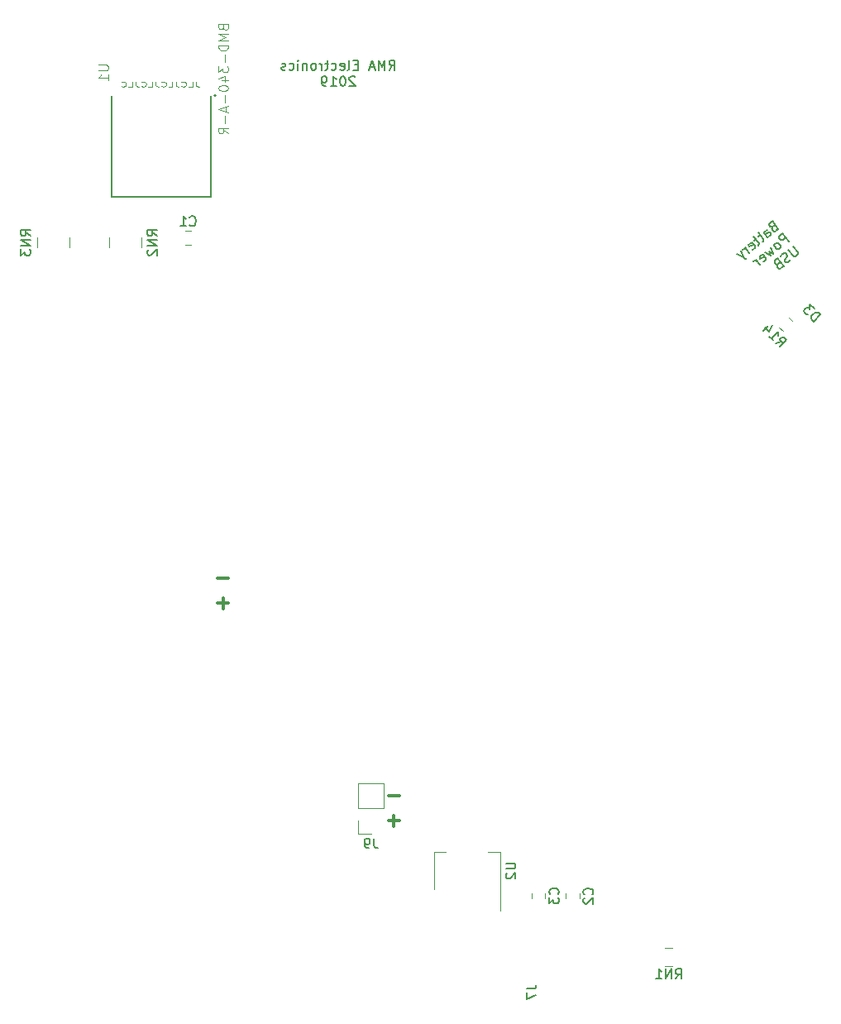
<source format=gbr>
G04 #@! TF.GenerationSoftware,KiCad,Pcbnew,5.1.4*
G04 #@! TF.CreationDate,2019-10-18T21:44:40-05:00*
G04 #@! TF.ProjectId,dragos,64726167-6f73-42e6-9b69-6361645f7063,rev?*
G04 #@! TF.SameCoordinates,Original*
G04 #@! TF.FileFunction,Legend,Bot*
G04 #@! TF.FilePolarity,Positive*
%FSLAX46Y46*%
G04 Gerber Fmt 4.6, Leading zero omitted, Abs format (unit mm)*
G04 Created by KiCad (PCBNEW 5.1.4) date 2019-10-18 21:44:40*
%MOMM*%
%LPD*%
G04 APERTURE LIST*
%ADD10C,0.125000*%
%ADD11C,0.150000*%
%ADD12C,0.300000*%
%ADD13C,0.120000*%
%ADD14C,0.127000*%
%ADD15C,0.200000*%
%ADD16C,0.050000*%
G04 APERTURE END LIST*
D10*
X133795238Y-49476190D02*
X133795238Y-49833333D01*
X133833333Y-49904761D01*
X133909523Y-49952380D01*
X134023809Y-49976190D01*
X134100000Y-49976190D01*
X133033333Y-49976190D02*
X133414285Y-49976190D01*
X133414285Y-49476190D01*
X132309523Y-49928571D02*
X132347619Y-49952380D01*
X132461904Y-49976190D01*
X132538095Y-49976190D01*
X132652380Y-49952380D01*
X132728571Y-49904761D01*
X132766666Y-49857142D01*
X132804761Y-49761904D01*
X132804761Y-49690476D01*
X132766666Y-49595238D01*
X132728571Y-49547619D01*
X132652380Y-49500000D01*
X132538095Y-49476190D01*
X132461904Y-49476190D01*
X132347619Y-49500000D01*
X132309523Y-49523809D01*
X131738095Y-49476190D02*
X131738095Y-49833333D01*
X131776190Y-49904761D01*
X131852380Y-49952380D01*
X131966666Y-49976190D01*
X132042857Y-49976190D01*
X130976190Y-49976190D02*
X131357142Y-49976190D01*
X131357142Y-49476190D01*
X130252380Y-49928571D02*
X130290476Y-49952380D01*
X130404761Y-49976190D01*
X130480952Y-49976190D01*
X130595238Y-49952380D01*
X130671428Y-49904761D01*
X130709523Y-49857142D01*
X130747619Y-49761904D01*
X130747619Y-49690476D01*
X130709523Y-49595238D01*
X130671428Y-49547619D01*
X130595238Y-49500000D01*
X130480952Y-49476190D01*
X130404761Y-49476190D01*
X130290476Y-49500000D01*
X130252380Y-49523809D01*
X129680952Y-49476190D02*
X129680952Y-49833333D01*
X129719047Y-49904761D01*
X129795238Y-49952380D01*
X129909523Y-49976190D01*
X129985714Y-49976190D01*
X128919047Y-49976190D02*
X129300000Y-49976190D01*
X129300000Y-49476190D01*
X128195238Y-49928571D02*
X128233333Y-49952380D01*
X128347619Y-49976190D01*
X128423809Y-49976190D01*
X128538095Y-49952380D01*
X128614285Y-49904761D01*
X128652380Y-49857142D01*
X128690476Y-49761904D01*
X128690476Y-49690476D01*
X128652380Y-49595238D01*
X128614285Y-49547619D01*
X128538095Y-49500000D01*
X128423809Y-49476190D01*
X128347619Y-49476190D01*
X128233333Y-49500000D01*
X128195238Y-49523809D01*
X127623809Y-49476190D02*
X127623809Y-49833333D01*
X127661904Y-49904761D01*
X127738095Y-49952380D01*
X127852380Y-49976190D01*
X127928571Y-49976190D01*
X126861904Y-49976190D02*
X127242857Y-49976190D01*
X127242857Y-49476190D01*
X126138095Y-49928571D02*
X126176190Y-49952380D01*
X126290476Y-49976190D01*
X126366666Y-49976190D01*
X126480952Y-49952380D01*
X126557142Y-49904761D01*
X126595238Y-49857142D01*
X126633333Y-49761904D01*
X126633333Y-49690476D01*
X126595238Y-49595238D01*
X126557142Y-49547619D01*
X126480952Y-49500000D01*
X126366666Y-49476190D01*
X126290476Y-49476190D01*
X126176190Y-49500000D01*
X126138095Y-49523809D01*
D11*
X153564285Y-48277380D02*
X153897619Y-47801190D01*
X154135714Y-48277380D02*
X154135714Y-47277380D01*
X153754761Y-47277380D01*
X153659523Y-47325000D01*
X153611904Y-47372619D01*
X153564285Y-47467857D01*
X153564285Y-47610714D01*
X153611904Y-47705952D01*
X153659523Y-47753571D01*
X153754761Y-47801190D01*
X154135714Y-47801190D01*
X153135714Y-48277380D02*
X153135714Y-47277380D01*
X152802380Y-47991666D01*
X152469047Y-47277380D01*
X152469047Y-48277380D01*
X152040476Y-47991666D02*
X151564285Y-47991666D01*
X152135714Y-48277380D02*
X151802380Y-47277380D01*
X151469047Y-48277380D01*
X150373809Y-47753571D02*
X150040476Y-47753571D01*
X149897619Y-48277380D02*
X150373809Y-48277380D01*
X150373809Y-47277380D01*
X149897619Y-47277380D01*
X149326190Y-48277380D02*
X149421428Y-48229761D01*
X149469047Y-48134523D01*
X149469047Y-47277380D01*
X148564285Y-48229761D02*
X148659523Y-48277380D01*
X148850000Y-48277380D01*
X148945238Y-48229761D01*
X148992857Y-48134523D01*
X148992857Y-47753571D01*
X148945238Y-47658333D01*
X148850000Y-47610714D01*
X148659523Y-47610714D01*
X148564285Y-47658333D01*
X148516666Y-47753571D01*
X148516666Y-47848809D01*
X148992857Y-47944047D01*
X147659523Y-48229761D02*
X147754761Y-48277380D01*
X147945238Y-48277380D01*
X148040476Y-48229761D01*
X148088095Y-48182142D01*
X148135714Y-48086904D01*
X148135714Y-47801190D01*
X148088095Y-47705952D01*
X148040476Y-47658333D01*
X147945238Y-47610714D01*
X147754761Y-47610714D01*
X147659523Y-47658333D01*
X147373809Y-47610714D02*
X146992857Y-47610714D01*
X147230952Y-47277380D02*
X147230952Y-48134523D01*
X147183333Y-48229761D01*
X147088095Y-48277380D01*
X146992857Y-48277380D01*
X146659523Y-48277380D02*
X146659523Y-47610714D01*
X146659523Y-47801190D02*
X146611904Y-47705952D01*
X146564285Y-47658333D01*
X146469047Y-47610714D01*
X146373809Y-47610714D01*
X145897619Y-48277380D02*
X145992857Y-48229761D01*
X146040476Y-48182142D01*
X146088095Y-48086904D01*
X146088095Y-47801190D01*
X146040476Y-47705952D01*
X145992857Y-47658333D01*
X145897619Y-47610714D01*
X145754761Y-47610714D01*
X145659523Y-47658333D01*
X145611904Y-47705952D01*
X145564285Y-47801190D01*
X145564285Y-48086904D01*
X145611904Y-48182142D01*
X145659523Y-48229761D01*
X145754761Y-48277380D01*
X145897619Y-48277380D01*
X145135714Y-47610714D02*
X145135714Y-48277380D01*
X145135714Y-47705952D02*
X145088095Y-47658333D01*
X144992857Y-47610714D01*
X144850000Y-47610714D01*
X144754761Y-47658333D01*
X144707142Y-47753571D01*
X144707142Y-48277380D01*
X144230952Y-48277380D02*
X144230952Y-47610714D01*
X144230952Y-47277380D02*
X144278571Y-47325000D01*
X144230952Y-47372619D01*
X144183333Y-47325000D01*
X144230952Y-47277380D01*
X144230952Y-47372619D01*
X143326190Y-48229761D02*
X143421428Y-48277380D01*
X143611904Y-48277380D01*
X143707142Y-48229761D01*
X143754761Y-48182142D01*
X143802380Y-48086904D01*
X143802380Y-47801190D01*
X143754761Y-47705952D01*
X143707142Y-47658333D01*
X143611904Y-47610714D01*
X143421428Y-47610714D01*
X143326190Y-47658333D01*
X142945238Y-48229761D02*
X142850000Y-48277380D01*
X142659523Y-48277380D01*
X142564285Y-48229761D01*
X142516666Y-48134523D01*
X142516666Y-48086904D01*
X142564285Y-47991666D01*
X142659523Y-47944047D01*
X142802380Y-47944047D01*
X142897619Y-47896428D01*
X142945238Y-47801190D01*
X142945238Y-47753571D01*
X142897619Y-47658333D01*
X142802380Y-47610714D01*
X142659523Y-47610714D01*
X142564285Y-47658333D01*
X150064285Y-49022619D02*
X150016666Y-48975000D01*
X149921428Y-48927380D01*
X149683333Y-48927380D01*
X149588095Y-48975000D01*
X149540476Y-49022619D01*
X149492857Y-49117857D01*
X149492857Y-49213095D01*
X149540476Y-49355952D01*
X150111904Y-49927380D01*
X149492857Y-49927380D01*
X148873809Y-48927380D02*
X148778571Y-48927380D01*
X148683333Y-48975000D01*
X148635714Y-49022619D01*
X148588095Y-49117857D01*
X148540476Y-49308333D01*
X148540476Y-49546428D01*
X148588095Y-49736904D01*
X148635714Y-49832142D01*
X148683333Y-49879761D01*
X148778571Y-49927380D01*
X148873809Y-49927380D01*
X148969047Y-49879761D01*
X149016666Y-49832142D01*
X149064285Y-49736904D01*
X149111904Y-49546428D01*
X149111904Y-49308333D01*
X149064285Y-49117857D01*
X149016666Y-49022619D01*
X148969047Y-48975000D01*
X148873809Y-48927380D01*
X147588095Y-49927380D02*
X148159523Y-49927380D01*
X147873809Y-49927380D02*
X147873809Y-48927380D01*
X147969047Y-49070238D01*
X148064285Y-49165476D01*
X148159523Y-49213095D01*
X147111904Y-49927380D02*
X146921428Y-49927380D01*
X146826190Y-49879761D01*
X146778571Y-49832142D01*
X146683333Y-49689285D01*
X146635714Y-49498809D01*
X146635714Y-49117857D01*
X146683333Y-49022619D01*
X146730952Y-48975000D01*
X146826190Y-48927380D01*
X147016666Y-48927380D01*
X147111904Y-48975000D01*
X147159523Y-49022619D01*
X147207142Y-49117857D01*
X147207142Y-49355952D01*
X147159523Y-49451190D01*
X147111904Y-49498809D01*
X147016666Y-49546428D01*
X146826190Y-49546428D01*
X146730952Y-49498809D01*
X146683333Y-49451190D01*
X146635714Y-49355952D01*
D12*
X137121428Y-100332142D02*
X135978571Y-100332142D01*
X137121428Y-102882142D02*
X135978571Y-102882142D01*
X136550000Y-103453571D02*
X136550000Y-102310714D01*
X154621428Y-122582142D02*
X153478571Y-122582142D01*
X154621428Y-125132142D02*
X153478571Y-125132142D01*
X154050000Y-125703571D02*
X154050000Y-124560714D01*
D11*
X192846814Y-64333168D02*
X192765761Y-64460078D01*
X192758721Y-64527053D01*
X192781650Y-64631034D01*
X192871553Y-64742055D01*
X192968495Y-64786102D01*
X193035469Y-64793141D01*
X193139451Y-64770213D01*
X193435507Y-64530471D01*
X192806186Y-63753325D01*
X192547138Y-63963099D01*
X192503091Y-64060041D01*
X192496052Y-64127016D01*
X192518980Y-64230997D01*
X192578916Y-64305011D01*
X192675858Y-64349057D01*
X192742832Y-64356097D01*
X192846814Y-64333168D01*
X193105863Y-64123395D01*
X192325298Y-65429501D02*
X191995654Y-65022424D01*
X191972726Y-64918443D01*
X192016772Y-64821500D01*
X192164800Y-64701630D01*
X192268781Y-64678701D01*
X192295330Y-65392494D02*
X192399312Y-65369565D01*
X192584347Y-65219727D01*
X192628393Y-65122785D01*
X192605465Y-65018803D01*
X192545529Y-64944789D01*
X192448587Y-64900743D01*
X192344606Y-64923672D01*
X192159571Y-65073510D01*
X192055589Y-65096438D01*
X191646702Y-65121177D02*
X191350647Y-65360918D01*
X191325908Y-64952031D02*
X191865326Y-65618156D01*
X191888254Y-65722138D01*
X191844208Y-65819080D01*
X191770194Y-65879015D01*
X191202619Y-65480788D02*
X190906563Y-65720529D01*
X190881825Y-65311643D02*
X191421242Y-65977768D01*
X191444171Y-66081749D01*
X191400124Y-66178692D01*
X191326110Y-66238627D01*
X190741038Y-66651134D02*
X190845020Y-66628206D01*
X190993048Y-66508336D01*
X191037094Y-66411393D01*
X191014166Y-66307412D01*
X190774425Y-66011356D01*
X190677482Y-65967310D01*
X190573501Y-65990238D01*
X190425473Y-66110109D01*
X190381427Y-66207051D01*
X190404355Y-66311033D01*
X190464290Y-66385046D01*
X190894295Y-66159384D01*
X190400937Y-66987818D02*
X189981390Y-66469720D01*
X190101260Y-66617748D02*
X190004318Y-66573702D01*
X189937343Y-66566663D01*
X189833362Y-66589591D01*
X189759348Y-66649526D01*
X189574313Y-66799364D02*
X189808825Y-67467300D01*
X189204244Y-67099041D02*
X189808825Y-67467300D01*
X190032678Y-67592399D01*
X190099652Y-67599439D01*
X190203634Y-67576510D01*
X194473886Y-65812762D02*
X193844565Y-65035616D01*
X193548510Y-65275358D01*
X193504463Y-65372300D01*
X193497424Y-65439274D01*
X193520352Y-65543256D01*
X193610255Y-65654277D01*
X193707197Y-65698323D01*
X193774172Y-65705362D01*
X193878154Y-65682434D01*
X194174209Y-65442693D01*
X193585719Y-66531986D02*
X193629765Y-66435044D01*
X193636804Y-66368069D01*
X193613876Y-66264087D01*
X193434070Y-66042046D01*
X193337128Y-65997999D01*
X193270153Y-65990960D01*
X193166172Y-66013888D01*
X193055151Y-66103791D01*
X193011105Y-66200734D01*
X193004065Y-66267708D01*
X193026994Y-66371690D01*
X193206800Y-66593731D01*
X193303742Y-66637778D01*
X193370716Y-66644817D01*
X193474698Y-66621889D01*
X193585719Y-66531986D01*
X192648075Y-66433435D02*
X192919594Y-67071403D01*
X192471889Y-66821204D01*
X192623538Y-67311144D01*
X192055963Y-66912918D01*
X191853431Y-67873490D02*
X191957413Y-67850562D01*
X192105441Y-67730691D01*
X192149487Y-67633749D01*
X192126559Y-67529768D01*
X191886818Y-67233712D01*
X191789875Y-67189666D01*
X191685894Y-67212594D01*
X191537866Y-67332465D01*
X191493820Y-67429407D01*
X191516748Y-67533388D01*
X191576683Y-67607402D01*
X192006688Y-67381740D01*
X191513330Y-68210173D02*
X191093783Y-67692076D01*
X191213653Y-67840104D02*
X191116711Y-67796058D01*
X191049736Y-67789018D01*
X190945755Y-67811947D01*
X190871741Y-67871882D01*
X194882944Y-66317907D02*
X195392394Y-66947026D01*
X195415322Y-67051007D01*
X195408283Y-67117982D01*
X195364237Y-67214924D01*
X195216209Y-67334795D01*
X195112227Y-67357723D01*
X195045253Y-67350684D01*
X194948311Y-67306637D01*
X194438861Y-66677519D01*
X194705151Y-67687367D02*
X194624098Y-67814277D01*
X194439063Y-67964115D01*
X194335081Y-67987043D01*
X194268107Y-67980004D01*
X194171165Y-67935958D01*
X194111229Y-67861944D01*
X194088301Y-67757962D01*
X194095340Y-67690988D01*
X194139387Y-67594045D01*
X194257447Y-67437168D01*
X194301493Y-67340226D01*
X194308532Y-67273251D01*
X194285604Y-67169270D01*
X194225669Y-67095256D01*
X194128727Y-67051209D01*
X194061752Y-67044170D01*
X193957770Y-67067098D01*
X193772736Y-67216937D01*
X193691682Y-67343846D01*
X193369280Y-68156391D02*
X193288227Y-68283301D01*
X193281187Y-68350276D01*
X193304116Y-68454257D01*
X193394019Y-68565278D01*
X193490961Y-68609324D01*
X193557936Y-68616364D01*
X193661917Y-68593435D01*
X193957973Y-68353694D01*
X193328652Y-67576548D01*
X193069604Y-67786322D01*
X193025557Y-67883264D01*
X193018518Y-67950239D01*
X193041446Y-68054220D01*
X193101382Y-68128234D01*
X193198324Y-68172280D01*
X193265298Y-68179320D01*
X193369280Y-68156391D01*
X193628329Y-67946618D01*
D13*
X133246079Y-64740000D02*
X132728923Y-64740000D01*
X133246079Y-66160000D02*
X132728923Y-66160000D01*
X171640000Y-133096079D02*
X171640000Y-132578923D01*
X173060000Y-133096079D02*
X173060000Y-132578923D01*
X169560000Y-133071077D02*
X169560000Y-132553921D01*
X168140000Y-133071077D02*
X168140000Y-132553921D01*
X150370000Y-121280000D02*
X153030000Y-121280000D01*
X150370000Y-123880000D02*
X150370000Y-121280000D01*
X153030000Y-123880000D02*
X153030000Y-121280000D01*
X150370000Y-123880000D02*
X153030000Y-123880000D01*
X150370000Y-125150000D02*
X150370000Y-126480000D01*
X150370000Y-126480000D02*
X151700000Y-126480000D01*
X193502199Y-74606291D02*
X193867883Y-74971975D01*
X194506291Y-73602199D02*
X194871975Y-73967883D01*
X182600000Y-138180000D02*
X181800000Y-138180000D01*
X182600000Y-140020000D02*
X181800000Y-140020000D01*
X128230000Y-65450000D02*
X128230000Y-66450000D01*
X124870000Y-65450000D02*
X124870000Y-66450000D01*
X120880000Y-66450000D02*
X120880000Y-65450000D01*
X117520000Y-66450000D02*
X117520000Y-65450000D01*
D14*
X125150000Y-61250000D02*
X135350000Y-61250000D01*
X125150000Y-61250000D02*
X125150000Y-50950000D01*
X135350000Y-50950000D02*
X135350000Y-61250000D01*
D15*
X135850000Y-50900000D02*
G75*
G03X135850000Y-50900000I-100000J0D01*
G01*
D13*
X158140000Y-128340000D02*
X159400000Y-128340000D01*
X164960000Y-128340000D02*
X163700000Y-128340000D01*
X158140000Y-132100000D02*
X158140000Y-128340000D01*
X164960000Y-134350000D02*
X164960000Y-128340000D01*
D11*
X133154167Y-64157142D02*
X133201786Y-64204761D01*
X133344643Y-64252380D01*
X133439881Y-64252380D01*
X133582739Y-64204761D01*
X133677977Y-64109523D01*
X133725596Y-64014285D01*
X133773215Y-63823809D01*
X133773215Y-63680952D01*
X133725596Y-63490476D01*
X133677977Y-63395238D01*
X133582739Y-63300000D01*
X133439881Y-63252380D01*
X133344643Y-63252380D01*
X133201786Y-63300000D01*
X133154167Y-63347619D01*
X132201786Y-64252380D02*
X132773215Y-64252380D01*
X132487501Y-64252380D02*
X132487501Y-63252380D01*
X132582739Y-63395238D01*
X132677977Y-63490476D01*
X132773215Y-63538095D01*
X174357142Y-132670834D02*
X174404761Y-132623215D01*
X174452380Y-132480358D01*
X174452380Y-132385120D01*
X174404761Y-132242262D01*
X174309523Y-132147024D01*
X174214285Y-132099405D01*
X174023809Y-132051786D01*
X173880952Y-132051786D01*
X173690476Y-132099405D01*
X173595238Y-132147024D01*
X173500000Y-132242262D01*
X173452380Y-132385120D01*
X173452380Y-132480358D01*
X173500000Y-132623215D01*
X173547619Y-132670834D01*
X173547619Y-133051786D02*
X173500000Y-133099405D01*
X173452380Y-133194643D01*
X173452380Y-133432739D01*
X173500000Y-133527977D01*
X173547619Y-133575596D01*
X173642857Y-133623215D01*
X173738095Y-133623215D01*
X173880952Y-133575596D01*
X174452380Y-133004167D01*
X174452380Y-133623215D01*
X170857142Y-132645832D02*
X170904761Y-132598213D01*
X170952380Y-132455356D01*
X170952380Y-132360118D01*
X170904761Y-132217260D01*
X170809523Y-132122022D01*
X170714285Y-132074403D01*
X170523809Y-132026784D01*
X170380952Y-132026784D01*
X170190476Y-132074403D01*
X170095238Y-132122022D01*
X170000000Y-132217260D01*
X169952380Y-132360118D01*
X169952380Y-132455356D01*
X170000000Y-132598213D01*
X170047619Y-132645832D01*
X169952380Y-132979165D02*
X169952380Y-133598213D01*
X170333333Y-133264879D01*
X170333333Y-133407737D01*
X170380952Y-133502975D01*
X170428571Y-133550594D01*
X170523809Y-133598213D01*
X170761904Y-133598213D01*
X170857142Y-133550594D01*
X170904761Y-133502975D01*
X170952380Y-133407737D01*
X170952380Y-133122022D01*
X170904761Y-133026784D01*
X170857142Y-132979165D01*
X197019618Y-74024205D02*
X197726725Y-73317099D01*
X197558366Y-73148740D01*
X197423679Y-73081396D01*
X197288992Y-73081396D01*
X197187977Y-73115068D01*
X197019618Y-73216083D01*
X196918603Y-73317099D01*
X196817588Y-73485457D01*
X196783916Y-73586473D01*
X196783916Y-73721160D01*
X196851259Y-73855847D01*
X197019618Y-74024205D01*
X197086962Y-72677335D02*
X196649229Y-72239602D01*
X196615557Y-72744679D01*
X196514542Y-72643663D01*
X196413526Y-72609992D01*
X196346183Y-72609992D01*
X196245168Y-72643663D01*
X196076809Y-72812022D01*
X196043137Y-72913037D01*
X196043137Y-72980381D01*
X196076809Y-73081396D01*
X196278839Y-73283427D01*
X196379855Y-73317099D01*
X196447198Y-73317099D01*
X167627380Y-142316666D02*
X168341666Y-142316666D01*
X168484523Y-142269047D01*
X168579761Y-142173809D01*
X168627380Y-142030952D01*
X168627380Y-141935714D01*
X167627380Y-142697619D02*
X167627380Y-143364285D01*
X168627380Y-142935714D01*
X152033333Y-126932380D02*
X152033333Y-127646666D01*
X152080952Y-127789523D01*
X152176190Y-127884761D01*
X152319047Y-127932380D01*
X152414285Y-127932380D01*
X151509523Y-127932380D02*
X151319047Y-127932380D01*
X151223809Y-127884761D01*
X151176190Y-127837142D01*
X151080952Y-127694285D01*
X151033333Y-127503809D01*
X151033333Y-127122857D01*
X151080952Y-127027619D01*
X151128571Y-126980000D01*
X151223809Y-126932380D01*
X151414285Y-126932380D01*
X151509523Y-126980000D01*
X151557142Y-127027619D01*
X151604761Y-127122857D01*
X151604761Y-127360952D01*
X151557142Y-127456190D01*
X151509523Y-127503809D01*
X151414285Y-127551428D01*
X151223809Y-127551428D01*
X151128571Y-127503809D01*
X151080952Y-127456190D01*
X151033333Y-127360952D01*
X193155048Y-76228263D02*
X193727467Y-76127248D01*
X193559109Y-76632324D02*
X194266215Y-75925217D01*
X193996841Y-75655843D01*
X193895826Y-75622171D01*
X193828483Y-75622171D01*
X193727467Y-75655843D01*
X193626452Y-75756858D01*
X193592780Y-75857874D01*
X193592780Y-75925217D01*
X193626452Y-76026232D01*
X193895826Y-76295606D01*
X192481612Y-75554828D02*
X192885673Y-75958889D01*
X192683643Y-75756858D02*
X193390750Y-75049751D01*
X193357078Y-75218110D01*
X193357078Y-75352797D01*
X193390750Y-75453812D01*
X192346925Y-74477332D02*
X191875521Y-74948736D01*
X192784658Y-74376316D02*
X192447941Y-75049751D01*
X192010208Y-74612019D01*
X182890476Y-141302380D02*
X183223809Y-140826190D01*
X183461904Y-141302380D02*
X183461904Y-140302380D01*
X183080952Y-140302380D01*
X182985714Y-140350000D01*
X182938095Y-140397619D01*
X182890476Y-140492857D01*
X182890476Y-140635714D01*
X182938095Y-140730952D01*
X182985714Y-140778571D01*
X183080952Y-140826190D01*
X183461904Y-140826190D01*
X182461904Y-141302380D02*
X182461904Y-140302380D01*
X181890476Y-141302380D01*
X181890476Y-140302380D01*
X180890476Y-141302380D02*
X181461904Y-141302380D01*
X181176190Y-141302380D02*
X181176190Y-140302380D01*
X181271428Y-140445238D01*
X181366666Y-140540476D01*
X181461904Y-140588095D01*
X129802380Y-65259523D02*
X129326190Y-64926190D01*
X129802380Y-64688095D02*
X128802380Y-64688095D01*
X128802380Y-65069047D01*
X128850000Y-65164285D01*
X128897619Y-65211904D01*
X128992857Y-65259523D01*
X129135714Y-65259523D01*
X129230952Y-65211904D01*
X129278571Y-65164285D01*
X129326190Y-65069047D01*
X129326190Y-64688095D01*
X129802380Y-65688095D02*
X128802380Y-65688095D01*
X129802380Y-66259523D01*
X128802380Y-66259523D01*
X128897619Y-66688095D02*
X128850000Y-66735714D01*
X128802380Y-66830952D01*
X128802380Y-67069047D01*
X128850000Y-67164285D01*
X128897619Y-67211904D01*
X128992857Y-67259523D01*
X129088095Y-67259523D01*
X129230952Y-67211904D01*
X129802380Y-66640476D01*
X129802380Y-67259523D01*
X116852380Y-65259523D02*
X116376190Y-64926190D01*
X116852380Y-64688095D02*
X115852380Y-64688095D01*
X115852380Y-65069047D01*
X115900000Y-65164285D01*
X115947619Y-65211904D01*
X116042857Y-65259523D01*
X116185714Y-65259523D01*
X116280952Y-65211904D01*
X116328571Y-65164285D01*
X116376190Y-65069047D01*
X116376190Y-64688095D01*
X116852380Y-65688095D02*
X115852380Y-65688095D01*
X116852380Y-66259523D01*
X115852380Y-66259523D01*
X115852380Y-66640476D02*
X115852380Y-67259523D01*
X116233333Y-66926190D01*
X116233333Y-67069047D01*
X116280952Y-67164285D01*
X116328571Y-67211904D01*
X116423809Y-67259523D01*
X116661904Y-67259523D01*
X116757142Y-67211904D01*
X116804761Y-67164285D01*
X116852380Y-67069047D01*
X116852380Y-66783333D01*
X116804761Y-66688095D01*
X116757142Y-66640476D01*
D16*
X123790204Y-47752872D02*
X124603152Y-47752872D01*
X124698793Y-47800692D01*
X124746614Y-47848513D01*
X124794434Y-47944154D01*
X124794434Y-48135436D01*
X124746614Y-48231077D01*
X124698793Y-48278897D01*
X124603152Y-48326718D01*
X123790204Y-48326718D01*
X124794434Y-49330948D02*
X124794434Y-48757102D01*
X124794434Y-49044025D02*
X123790204Y-49044025D01*
X123933665Y-48948384D01*
X124029306Y-48852743D01*
X124077127Y-48757102D01*
X136571148Y-43917815D02*
X136618976Y-44061298D01*
X136666803Y-44109126D01*
X136762459Y-44156953D01*
X136905941Y-44156953D01*
X137001597Y-44109126D01*
X137049424Y-44061298D01*
X137097252Y-43965643D01*
X137097252Y-43583022D01*
X136092872Y-43583022D01*
X136092872Y-43917815D01*
X136140700Y-44013470D01*
X136188527Y-44061298D01*
X136284182Y-44109126D01*
X136379838Y-44109126D01*
X136475493Y-44061298D01*
X136523320Y-44013470D01*
X136571148Y-43917815D01*
X136571148Y-43583022D01*
X137097252Y-44587402D02*
X136092872Y-44587402D01*
X136810286Y-44922195D01*
X136092872Y-45256989D01*
X137097252Y-45256989D01*
X137097252Y-45735265D02*
X136092872Y-45735265D01*
X136092872Y-45974403D01*
X136140700Y-46117886D01*
X136236355Y-46213541D01*
X136332010Y-46261369D01*
X136523320Y-46309196D01*
X136666803Y-46309196D01*
X136858114Y-46261369D01*
X136953769Y-46213541D01*
X137049424Y-46117886D01*
X137097252Y-45974403D01*
X137097252Y-45735265D01*
X136714631Y-46739645D02*
X136714631Y-47504887D01*
X136092872Y-47887508D02*
X136092872Y-48509267D01*
X136475493Y-48174473D01*
X136475493Y-48317956D01*
X136523320Y-48413611D01*
X136571148Y-48461439D01*
X136666803Y-48509267D01*
X136905941Y-48509267D01*
X137001597Y-48461439D01*
X137049424Y-48413611D01*
X137097252Y-48317956D01*
X137097252Y-48030990D01*
X137049424Y-47935335D01*
X137001597Y-47887508D01*
X136427665Y-49370164D02*
X137097252Y-49370164D01*
X136045044Y-49131026D02*
X136762459Y-48891888D01*
X136762459Y-49513647D01*
X136092872Y-50087578D02*
X136092872Y-50183233D01*
X136140700Y-50278889D01*
X136188527Y-50326716D01*
X136284182Y-50374544D01*
X136475493Y-50422371D01*
X136714631Y-50422371D01*
X136905941Y-50374544D01*
X137001597Y-50326716D01*
X137049424Y-50278889D01*
X137097252Y-50183233D01*
X137097252Y-50087578D01*
X137049424Y-49991923D01*
X137001597Y-49944095D01*
X136905941Y-49896268D01*
X136714631Y-49848440D01*
X136475493Y-49848440D01*
X136284182Y-49896268D01*
X136188527Y-49944095D01*
X136140700Y-49991923D01*
X136092872Y-50087578D01*
X136714631Y-50852820D02*
X136714631Y-51618062D01*
X136810286Y-52048510D02*
X136810286Y-52526787D01*
X137097252Y-51952855D02*
X136092872Y-52287649D01*
X137097252Y-52622442D01*
X136714631Y-52957235D02*
X136714631Y-53722477D01*
X137097252Y-54774685D02*
X136618976Y-54439891D01*
X137097252Y-54200753D02*
X136092872Y-54200753D01*
X136092872Y-54583374D01*
X136140700Y-54679030D01*
X136188527Y-54726857D01*
X136284182Y-54774685D01*
X136427665Y-54774685D01*
X136523320Y-54726857D01*
X136571148Y-54679030D01*
X136618976Y-54583374D01*
X136618976Y-54200753D01*
D11*
X165502380Y-129488095D02*
X166311904Y-129488095D01*
X166407142Y-129535714D01*
X166454761Y-129583333D01*
X166502380Y-129678571D01*
X166502380Y-129869047D01*
X166454761Y-129964285D01*
X166407142Y-130011904D01*
X166311904Y-130059523D01*
X165502380Y-130059523D01*
X165597619Y-130488095D02*
X165550000Y-130535714D01*
X165502380Y-130630952D01*
X165502380Y-130869047D01*
X165550000Y-130964285D01*
X165597619Y-131011904D01*
X165692857Y-131059523D01*
X165788095Y-131059523D01*
X165930952Y-131011904D01*
X166502380Y-130440476D01*
X166502380Y-131059523D01*
M02*

</source>
